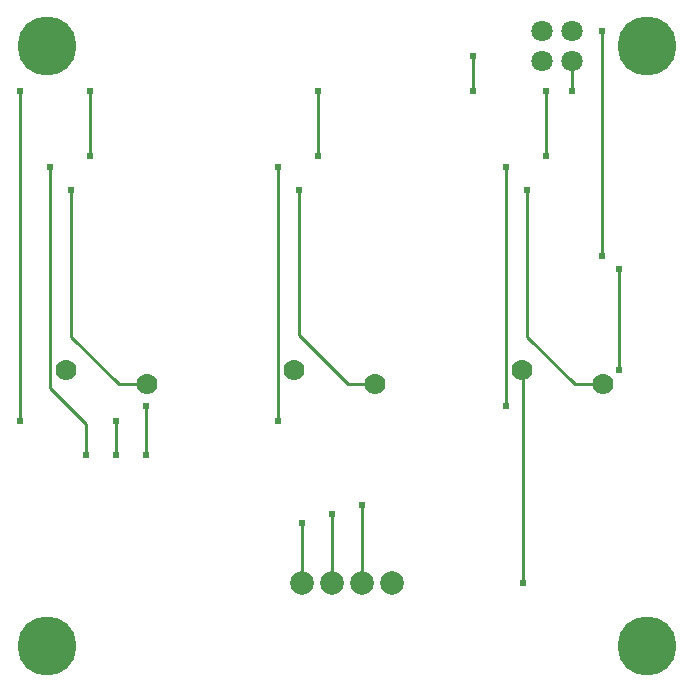
<source format=gbl>
G04 Layer: BottomLayer*
G04 Panelize: , Column: 2, Row: 2, Board Size: 58.42mm x 58.42mm, Panelized Board Size: 118.84mm x 118.84mm*
G04 EasyEDA v6.5.34, 2023-09-08 22:49:06*
G04 bc0c5e472efd4090a79f80cef72532b0,5a6b42c53f6a479593ecc07194224c93,10*
G04 Gerber Generator version 0.2*
G04 Scale: 100 percent, Rotated: No, Reflected: No *
G04 Dimensions in millimeters *
G04 leading zeros omitted , absolute positions ,4 integer and 5 decimal *
%FSLAX45Y45*%
%MOMM*%

%ADD10C,0.2540*%
%ADD11C,1.7780*%
%ADD12C,5.0000*%
%ADD13C,2.0000*%
%ADD14C,1.8000*%
%ADD15C,0.6096*%

%LPD*%
D10*
X152400Y2285994D02*
G01*
X152400Y5079987D01*
X4826000Y5078498D02*
G01*
X4826000Y5334000D01*
X402589Y4426361D02*
G01*
X402589Y2569202D01*
X711197Y2260594D01*
X711200Y1999249D01*
X2540000Y1422400D02*
G01*
X2540000Y914400D01*
X2794000Y1498600D02*
G01*
X2794000Y914400D01*
X3048000Y1574800D02*
G01*
X3048000Y914400D01*
X4601194Y4530783D02*
G01*
X4601194Y5079060D01*
X2670797Y4530780D02*
G01*
X2670797Y5079057D01*
X740407Y4517793D02*
G01*
X740407Y5066070D01*
X3987792Y5372100D02*
G01*
X3987792Y5372100D01*
X3987792Y5079989D01*
X740404Y4530793D02*
G01*
X740404Y5079070D01*
X965200Y2285994D02*
G01*
X965200Y2002073D01*
X2332979Y4439351D02*
G01*
X2332979Y2285994D01*
X1219200Y2413000D02*
G01*
X1219200Y1999251D01*
X4263379Y4439351D02*
G01*
X4267200Y4435530D01*
X4267200Y2413000D01*
X4406900Y914400D02*
G01*
X4406900Y2709522D01*
X4401418Y2715003D01*
X4445000Y4241800D02*
G01*
X4445000Y2997200D01*
X4847081Y2595118D01*
X5091429Y2595118D01*
X2514600Y4241800D02*
G01*
X2514600Y3009900D01*
X2929381Y2595118D01*
X3161029Y2595118D01*
X584200Y4241800D02*
G01*
X584200Y2997200D01*
X986281Y2595118D01*
X1230629Y2595118D01*
X5079987Y5588000D02*
G01*
X5080000Y5587987D01*
X5080000Y3683000D01*
X5219687Y2715003D02*
G01*
X5219700Y2715016D01*
X5219700Y3568700D01*
D11*
G01*
X4401413Y2715005D03*
G01*
X5091404Y2594990D03*
G01*
X2471013Y2715005D03*
G01*
X3161004Y2594990D03*
G01*
X540613Y2715005D03*
G01*
X1230604Y2594990D03*
D12*
G01*
X381000Y5461000D03*
G01*
X5461000Y5461000D03*
G01*
X5461000Y381000D03*
G01*
X381000Y381000D03*
D13*
G01*
X3048000Y914400D03*
G01*
X2794000Y914400D03*
G01*
X2540000Y914400D03*
G01*
X3302000Y914400D03*
D14*
G01*
X4572000Y5588000D03*
G01*
X4572000Y5334000D03*
G01*
X4826000Y5334000D03*
G01*
X4826000Y5588000D03*
D15*
G01*
X4826000Y5078501D03*
G01*
X4406900Y914400D03*
G01*
X584200Y4241800D03*
G01*
X4445000Y4241800D03*
G01*
X2514600Y4241800D03*
G01*
X711200Y1999259D03*
G01*
X402589Y4439361D03*
G01*
X2332990Y4439335D03*
G01*
X4263390Y4439335D03*
G01*
X2540000Y1422400D03*
G01*
X2794000Y1498600D03*
G01*
X3048000Y1574800D03*
G01*
X4601184Y4530775D03*
G01*
X4601184Y5079060D03*
G01*
X2670809Y5079060D03*
G01*
X2670809Y4530775D03*
G01*
X3987800Y5372100D03*
G01*
X3987800Y5080000D03*
G01*
X740410Y4530801D03*
G01*
X740410Y5079060D03*
G01*
X965200Y1999284D03*
G01*
X965200Y2286000D03*
G01*
X2332990Y2286000D03*
G01*
X1219200Y1999259D03*
G01*
X1219200Y2413000D03*
G01*
X4267200Y2413000D03*
G01*
X152400Y2286000D03*
G01*
X152400Y5079974D03*
G01*
X5080000Y5588000D03*
G01*
X5080000Y3683000D03*
G01*
X5219700Y2715005D03*
G01*
X5219700Y3568700D03*
M02*

</source>
